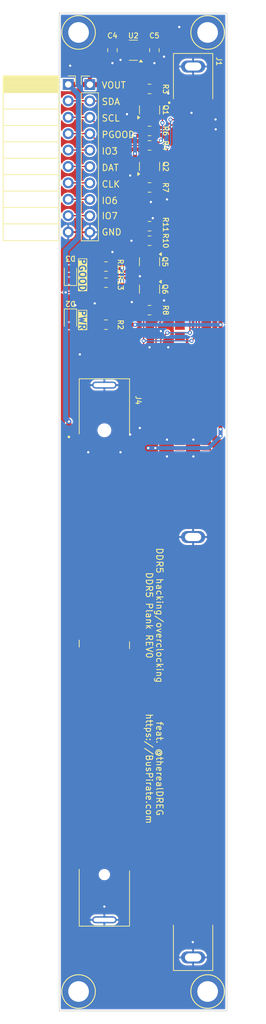
<source format=kicad_pcb>
(kicad_pcb (version 20241229) (generator "pcbnew") (generator_version "9.0")
  (layers (0 "F.Cu" signal) (2 "B.Cu" signal) (13 "F.Paste" user) (15 "B.Paste" user) (5 "F.SilkS" user "F.Silkscreen") (7 "B.SilkS" user "B.Silkscreen") (1 "F.Mask" user) (3 "B.Mask" user) (25 "Edge.Cuts" user))
  (net 0 "")
  (net 1 "BULK_VIN")
  (net 2 "PWR_GOOD_OUT")
  (net 3 "Net-(D3-A)")
  (net 4 "Net-(J2-Pin_6)")
  (net 5 "Net-(J2-Pin_9)")
  (net 6 "Net-(J2-Pin_5)")
  (net 7 "Net-(J2-Pin_8)")
  (net 8 "Net-(J2-Pin_7)")
  (net 9 "SDA")
  (net 10 "SCL")
  (net 11 "Net-(D2-A)")
  (net 12 "HSDA")
  (net 13 "HSCL")
  (net 14 "Net-(Q5-B)")
  (net 15 "Net-(Q5-E)")
  (net 16 "Net-(Q5-C)")
  (net 17 "PWR_GOOD")
  (net 200 "GND")
  (net 201 "+3.3V")
  (footprint "Capacitor_SMD:C_0805_2012Metric" (layer "F.Cu") (at 129.75 26 -90)
    (property "Reference" "C5")
    (property "Value" "10uF/6.3V")
  )
  (footprint "Resistor_SMD:R_0805_2012Metric" (layer "F.Cu") (at 129 53.25 180)
    (property "Reference" "R11")
    (property "Value" "330R")
  )
  (footprint "Package_TO_SOT_SMD:SOT-23" (layer "F.Cu") (at 129 63 -90)
    (property "Reference" "Q6")
    (property "Value" "BC817")
  )
  (footprint "Resistor_SMD:R_0805_2012Metric" (layer "F.Cu") (at 129 32)
    (property "Reference" "R3")
    (property "Value" "2K")
  )
  (footprint "Connector_PinHeader_2.54mm:PinHeader_1x10_P2.54mm_Vertical" (layer "F.Cu") (at 119.75 31.325)
    (property "Reference" "J3" (hide yes))
    (property "Value" "Conn_01x10" (hide yes))
  )
  (footprint "Connector_PinSocket_2.54mm:PinSocket_1x10_P2.54mm_Horizontal" (layer "F.Cu") (at 116.4 31.3)
    (property "Reference" "J2" (hide yes))
    (property "Value" "Conn_01x10" (hide yes))
  )
  (footprint "LED_SMD:LED_0805_2012Metric" (layer "F.Cu") (at 116.75 60.75 90)
    (property "Reference" "D3")
    (property "Value" "LED")
  )
  (footprint "Package_TO_SOT_SMD:SOT-23" (layer "F.Cu") (at 126.5 26 180)
    (property "Reference" "U2")
    (property "Value" "MCP1700x-330xxTT")
  )
  (footprint "footprints:AMPHENOL_DDR504111002KQ" (layer "F.Cu") (at 135.75 97.5 -90)
    (property "Reference" "J1")
    (property "Value" "DDR504111002KQ")
  )
  (footprint "Resistor_SMD:R_0805_2012Metric" (layer "F.Cu") (at 129 55.5)
    (property "Reference" "R10")
    (property "Value" "680R")
  )
  (footprint "Resistor_SMD:R_0805_2012Metric" (layer "F.Cu") (at 122.25 62)
    (property "Reference" "R13")
    (property "Value" "6.8K")
  )
  (footprint "Resistor_SMD:R_0805_2012Metric" (layer "F.Cu") (at 129 40.75)
    (property "Reference" "R4")
    (property "Value" "2K")
  )
  (footprint "Package_TO_SOT_SMD:SOT-23" (layer "F.Cu") (at 129 44 90)
    (property "Reference" "Q2")
    (property "Value" "2N7002")
  )
  (footprint "footprints:AMPHENOL_10160554-001SHLF" (layer "F.Cu") (at 122 119.25 -90)
    (property "Reference" "J4")
    (property "Value" "10160554-001SHLF")
  )
  (footprint "Capacitor_SMD:C_0805_2012Metric" (layer "F.Cu") (at 123.25 26 -90)
    (property "Reference" "C4")
    (property "Value" "10uF/6.3V")
  )
  (footprint "Resistor_SMD:R_0805_2012Metric" (layer "F.Cu") (at 122.25 68.5 180)
    (property "Reference" "R2")
    (property "Value" "2K" (hide yes))
  )
  (footprint "Package_TO_SOT_SMD:SOT-23" (layer "F.Cu") (at 129 35.25 90)
    (property "Reference" "Q1")
    (property "Value" "2N7002")
  )
  (footprint "Resistor_SMD:R_0805_2012Metric" (layer "F.Cu") (at 122.25 59.5 180)
    (property "Reference" "R12")
    (property "Value" "6.8K")
  )
  (footprint "Package_TO_SOT_SMD:SOT-23" (layer "F.Cu") (at 129 58.75 -90)
    (property "Reference" "Q5")
    (property "Value" "BC807")
  )
  (footprint "LED_SMD:LED_0805_2012Metric" (layer "F.Cu") (at 116.75 67.75 -90)
    (property "Reference" "D2")
    (property "Value" "LED" (hide yes))
  )
  (footprint "Resistor_SMD:R_0805_2012Metric" (layer "F.Cu") (at 129 47.25 180)
    (property "Reference" "R7")
    (property "Value" "2K")
  )
  (footprint "Resistor_SMD:R_0805_2012Metric" (layer "F.Cu") (at 129 38.5 180)
    (property "Reference" "R6")
    (property "Value" "2K")
  )
  (footprint "Resistor_SMD:R_0805_2012Metric" (layer "F.Cu") (at 129 66.25)
    (property "Reference" "R8")
    (property "Value" "1K")
  )
  (gr_circle (center 118 23.25) (end 120.6 23.25) (stroke (width 0.15)) (fill no) (layer "F.SilkS"))
  (gr_circle (center 118 171.75) (end 120.6 171.75) (stroke (width 0.15)) (fill no) (layer "F.SilkS"))
  (gr_circle (center 138 23.25) (end 140.6 23.25) (stroke (width 0.15)) (fill no) (layer "F.SilkS"))
  (gr_circle (center 138 171.75) (end 140.6 171.75) (stroke (width 0.15)) (fill no) (layer "F.SilkS"))
  (gr_rect (start 115 20.25) (end 141 174.75) (stroke (width 0.1)) (fill no) (layer "Edge.Cuts"))
  (gr_text "IO7" (at 121.5 52.25 0) (layer "F.SilkS") (effects (font (size 1 1)) (justify left bottom)))
  (gr_text "PGOOD" (at 121.5 39.666665 0) (layer "F.SilkS") (effects (font (size 1 1)) (justify left bottom)))
  (gr_text "SCL" (at 121.5 37.11111 0) (layer "F.SilkS") (effects (font (size 1 1)) (justify left bottom)))
  (gr_text "PWR" (at 118 67.75 270) (layer "F.SilkS" knockout) (effects (font (size 1 1) (thickness 0.2) (bold yes)) (justify bottom)))
  (gr_text "GND" (at 121.5 54.75 0) (layer "F.SilkS") (effects (font (size 1 1)) (justify left bottom)))
  (gr_text "IO6" (at 121.5 49.888885 0) (layer "F.SilkS") (effects (font (size 1 1)) (justify left bottom)))
  (gr_text "PGOOD" (at 118 60.75 270) (layer "F.SilkS" knockout) (effects (font (size 1 1) (thickness 0.2) (bold yes)) (justify bottom)))
  (gr_text "VOUT" (at 121.5 32 0) (layer "F.SilkS") (effects (font (size 1 1)) (justify left bottom)))
  (gr_text "DDR5 hacking/overclocking\nDDR5 Plank REV0\n" (at 129.75 113.5 -90) (layer "F.SilkS") (effects (font (size 1 1))))
  (gr_text "SDA" (at 121.5 34.555555 0) (layer "F.SilkS") (effects (font (size 1 1)) (justify left bottom)))
  (gr_text "DAT" (at 121.5 44.777775 0) (layer "F.SilkS") (effects (font (size 1 1)) (justify left bottom)))
  (gr_text "CLK" (at 121.5 47.33333 0) (layer "F.SilkS") (effects (font (size 1 1)) (justify left bottom)))
  (gr_text "IO3" (at 121.5 42.22222 0) (layer "F.SilkS") (effects (font (size 1 1)) (justify left bottom)))
  (gr_text "feat. @therealDREG\nhttps://BusPirate.com" (at 129.75 137.25 -90) (layer "F.SilkS") (effects (font (size 1 1))))
  (segment (start 119.75 31.325) (end 122.675 31.325) (width 0.8128) (layer "F.Cu") (net 1))
  (segment (start 133.7 32.2) (end 133.7 34.175) (width 0.8128) (layer "F.Cu") (net 1))
  (segment (start 119.75 31.325) (end 119.75 27.25) (width 0.6096) (layer "F.Cu") (net 1))
  (segment (start 131 33.25) (end 129.9125 32.1625) (width 0.2032) (layer "F.Cu") (net 1))
  (segment (start 129.9125 29.5875) (end 130 29.5) (width 0.2032) (layer "F.Cu") (net 1))
  (segment (start 116.5 84.475) (end 117.9 85.875) (width 0.8128) (layer "F.Cu") (net 1))
  (segment (start 124.6125 25.05) (end 125.5625 26) (width 0.6096) (layer "F.Cu") (net 1))
  (segment (start 129.9125 32.1625) (end 129.9125 32) (width 0.2032) (layer "F.Cu") (net 1))
  (segment (start 137.8 35.025) (end 137.8 34.175) (width 0.8128) (layer "F.Cu") (net 1))
  (segment (start 133.7 34.175) (end 137.8 34.175) (width 0.8128) (layer "F.Cu") (net 1))
  (segment (start 124.5 29.5) (end 130 29.5) (width 0.8128) (layer "F.Cu") (net 1))
  (segment (start 121.95 25.05) (end 123.25 25.05) (width 0.6096) (layer "F.Cu") (net 1))
  (segment (start 122.675 31.325) (end 124.5 29.5) (width 0.8128) (layer "F.Cu") (net 1))
  (segment (start 129.9125 32) (end 129.9125 29.5875) (width 0.2032) (layer "F.Cu") (net 1))
  (segment (start 116 63.5) (end 121.6625 63.5) (width 0.2032) (layer "F.Cu") (net 1))
  (segment (start 123.25 25.05) (end 124.6125 25.05) (width 0.6096) (layer "F.Cu") (net 1))
  (segment (start 130 40.75) (end 130.75 40) (width 0.2032) (layer "F.Cu") (net 1))
  (segment (start 116.4 31.3) (end 119.725 31.3) (width 0.8128) (layer "F.Cu") (net 1))
  (segment (start 119.75 27.25) (end 121.95 25.05) (width 0.6096) (layer "F.Cu") (net 1))
  (segment (start 116.5 83.5) (end 116.5 84.475) (width 0.8128) (layer "F.Cu") (net 1))
  (segment (start 130 29.5) (end 131 29.5) (width 0.8128) (layer "F.Cu") (net 1))
  (segment (start 131 29.5) (end 133.7 32.2) (width 0.8128) (layer "F.Cu") (net 1))
  (segment (start 129.9125 40.75) (end 130 40.75) (width 0.2032) (layer "F.Cu") (net 1))
  (segment (start 121.6625 63.5) (end 123.1625 62) (width 0.2032) (layer "F.Cu") (net 1))
  (segment (start 131 37.25) (end 131 33.25) (width 0.2032) (layer "F.Cu") (net 1))
  (segment (start 119.725 31.3) (end 119.75 31.325) (width 0.8128) (layer "F.Cu") (net 1))
  (via (at 116.5 83.5) (size 0.6548) (drill 0.35) (layers "F.Cu" "B.Cu") (net 1))
  (via (at 131 37.25) (size 0.6548) (drill 0.35) (layers "F.Cu" "B.Cu") (net 1))
  (via (at 116 63.5) (size 0.6548) (drill 0.35) (layers "F.Cu" "B.Cu") (net 1))
  (via (at 130.75 40) (size 0.6548) (drill 0.35) (layers "F.Cu" "B.Cu") (net 1))
  (segment (start 131 39.75) (end 130.75 40) (width 0.2032) (layer "B.Cu") (net 1))
  (segment (start 118 55) (end 116 57) (width 0.8128) (layer "B.Cu") (net 1))
  (segment (start 118 32.9) (end 118 55) (width 0.8128) (layer "B.Cu") (net 1))
  (segment (start 116 57) (end 116 63.5) (width 0.8128) (layer "B.Cu") (net 1))
  (segment (start 116 63.5) (end 116 83) (width 0.8128) (layer "B.Cu") (net 1))
  (segment (start 116.4 31.3) (end 118 32.9) (width 0.8128) (layer "B.Cu") (net 1))
  (segment (start 116 83) (end 116.5 83.5) (width 0.8128) (layer "B.Cu") (net 1))
  (segment (start 131 37.25) (end 131 39.75) (width 0.2032) (layer "B.Cu") (net 1))
  (segment (start 122.25 41.445) (end 122.25 60.75) (width 0.2032) (layer "F.Cu") (net 2))
  (segment (start 122.25 60.75) (end 122.25 61.0875) (width 0.2032) (layer "F.Cu") (net 2))
  (segment (start 125.75 60.75) (end 126.5 61.5) (width 0.2032) (layer "F.Cu") (net 2))
  (segment (start 126.5 61.5) (end 126.5 62.75) (width 0.2032) (layer "F.Cu") (net 2))
  (segment (start 122.25 61.0875) (end 121.3375 62) (width 0.2032) (layer "F.Cu") (net 2))
  (segment (start 117.0625 62) (end 116.75 61.6875) (width 0.2032) (layer "F.Cu") (net 2))
  (segment (start 119.75 38.945) (end 122.25 41.445) (width 0.2032) (layer "F.Cu") (net 2))
  (segment (start 122.25 60.75) (end 125.75 60.75) (width 0.2032) (layer "F.Cu") (net 2))
  (segment (start 121.3375 62) (end 117.0625 62) (width 0.2032) (layer "F.Cu") (net 2))
  (segment (start 116.4 38.92) (end 119.725 38.92) (width 0.2032) (layer "F.Cu") (net 2))
  (segment (start 127.6875 63.9375) (end 129 63.9375) (width 0.2032) (layer "F.Cu") (net 2))
  (segment (start 119.725 38.92) (end 119.75 38.945) (width 0.2032) (layer "F.Cu") (net 2))
  (segment (start 126.5 62.75) (end 127.6875 63.9375) (width 0.2032) (layer "F.Cu") (net 2))
  (segment (start 121.3375 59.5) (end 117.0625 59.5) (width 0.2032) (layer "F.Cu") (net 3))
  (segment (start 117.0625 59.5) (end 116.75 59.8125) (width 0.2032) (layer "F.Cu") (net 3))
  (segment (start 119.725 44) (end 119.75 44.025) (width 0.2032) (layer "F.Cu") (net 4))
  (segment (start 116.4 44) (end 119.725 44) (width 0.2032) (layer "F.Cu") (net 4))
  (segment (start 119.725 51.62) (end 119.75 51.645) (width 0.2032) (layer "F.Cu") (net 5))
  (segment (start 116.4 51.62) (end 119.725 51.62) (width 0.2032) (layer "F.Cu") (net 5))
  (segment (start 119.725 41.46) (end 119.75 41.485) (width 0.2032) (layer "F.Cu") (net 6))
  (segment (start 116.4 41.46) (end 119.725 41.46) (width 0.2032) (layer "F.Cu") (net 6))
  (segment (start 119.725 49.08) (end 119.75 49.105) (width 0.2032) (layer "F.Cu") (net 7))
  (segment (start 116.4 49.08) (end 119.725 49.08) (width 0.2032) (layer "F.Cu") (net 7))
  (segment (start 116.4 46.54) (end 119.725 46.54) (width 0.2032) (layer "F.Cu") (net 8))
  (segment (start 119.725 46.54) (end 119.75 46.565) (width 0.2032) (layer "F.Cu") (net 8))
  (segment (start 128.0875 32.3375) (end 128.0875 32) (width 0.2032) (layer "F.Cu") (net 9))
  (segment (start 125 32) (end 128.0875 32) (width 0.2032) (layer "F.Cu") (net 9))
  (segment (start 119.725 33.84) (end 119.75 33.865) (width 0.2032) (layer "F.Cu") (net 9))
  (segment (start 129 33.25) (end 128.0875 32.3375) (width 0.2032) (layer "F.Cu") (net 9))
  (segment (start 129 34.3125) (end 129 33.25) (width 0.2032) (layer "F.Cu") (net 9))
  (segment (start 119.75 33.865) (end 123.135 33.865) (width 0.2032) (layer "F.Cu") (net 9))
  (segment (start 123.135 33.865) (end 125 32) (width 0.2032) (layer "F.Cu") (net 9))
  (segment (start 116.4 33.84) (end 119.725 33.84) (width 0.2032) (layer "F.Cu") (net 9))
  (segment (start 119.75 36.405) (end 124.095 40.75) (width 0.2032) (layer "F.Cu") (net 10))
  (segment (start 129 42) (end 128.0875 41.0875) (width 0.2032) (layer "F.Cu") (net 10))
  (segment (start 129 43.0625) (end 129 42) (width 0.2032) (layer "F.Cu") (net 10))
  (segment (start 124.095 40.75) (end 128.0875 40.75) (width 0.2032) (layer "F.Cu") (net 10))
  (segment (start 116.4 36.38) (end 119.725 36.38) (width 0.2032) (layer "F.Cu") (net 10))
  (segment (start 128.0875 41.0875) (end 128.0875 40.75) (width 0.2032) (layer "F.Cu") (net 10))
  (segment (start 119.725 36.38) (end 119.75 36.405) (width 0.2032) (layer "F.Cu") (net 10))
  (segment (start 116.75 68.6875) (end 121.15 68.6875) (width 0.2032) (layer "F.Cu") (net 11))
  (segment (start 121.15 68.6875) (end 121.3375 68.5) (width 0.2032) (layer "F.Cu") (net 11))
  (segment (start 126.1 87.125) (end 127.875 87.125) (width 0.2032) (layer "F.Cu") (net 12))
  (segment (start 130.75 70.75) (end 131.75 69.75) (width 0.2032) (layer "F.Cu") (net 12))
  (segment (start 127.875 87.125) (end 130.75 84.25) (width 0.2032) (layer "F.Cu") (net 12))
  (segment (start 129.95 38.4625) (end 129.9125 38.5) (width 0.2032) (layer "F.Cu") (net 12))
  (segment (start 130.75 84.25) (end 130.75 70.75) (width 0.2032) (layer "F.Cu") (net 12))
  (segment (start 132.425 37.575) (end 131.5 38.5) (width 0.2032) (layer "F.Cu") (net 12))
  (segment (start 131.5 38.5) (end 129.9125 38.5) (width 0.2032) (layer "F.Cu") (net 12))
  (segment (start 134.6532 37.575) (end 133.7 37.575) (width 0.2032) (layer "F.Cu") (net 12))
  (segment (start 135.25 38.1718) (end 134.6532 37.575) (width 0.2032) (layer "F.Cu") (net 12))
  (segment (start 133.7 37.575) (end 132.425 37.575) (width 0.2032) (layer "F.Cu") (net 12))
  (segment (start 129.95 36.1875) (end 129.95 38.4625) (width 0.2032) (layer "F.Cu") (net 12))
  (segment (start 135.25 69.75) (end 135.25 38.1718) (width 0.2032) (layer "F.Cu") (net 12))
  (via (at 131.75 69.75) (size 0.6548) (drill 0.35) (layers "F.Cu" "B.Cu") (net 12))
  (via (at 135.25 69.75) (size 0.6548) (drill 0.35) (layers "F.Cu" "B.Cu") (net 12))
  (segment (start 131.75 69.75) (end 135.25 69.75) (width 0.2032) (layer "B.Cu") (net 12))
  (segment (start 129.95 43.8) (end 129.95 44.9375) (width 0.2032) (layer "F.Cu") (net 13))
  (segment (start 133.675 36.75) (end 133.7 36.725) (width 0.2032) (layer "F.Cu") (net 13))
  (segment (start 130 68.75) (end 132 66.75) (width 0.2032) (layer "F.Cu") (net 13))
  (segment (start 132 66.75) (end 132 51) (width 0.2032) (layer "F.Cu") (net 13))
  (segment (start 132 51) (end 129.9125 48.9125) (width 0.2032) (layer "F.Cu") (net 13))
  (segment (start 127.375 86.625) (end 130 84) (width 0.2032) (layer "F.Cu") (net 13))
  (segment (start 131.75 41) (end 131.75 42) (width 0.2032) (layer "F.Cu") (net 13))
  (segment (start 129.9125 48.9125) (end 129.9125 47.25) (width 0.2032) (layer "F.Cu") (net 13))
  (segment (start 131.75 42) (end 129.95 43.8) (width 0.2032) (layer "F.Cu") (net 13))
  (segment (start 129.95 44.9375) (end 129.95 47.2125) (width 0.2032) (layer "F.Cu") (net 13))
  (segment (start 132.25 36.75) (end 133.675 36.75) (width 0.2032) (layer "F.Cu") (net 13))
  (segment (start 129.95 47.2125) (end 129.9125 47.25) (width 0.2032) (layer "F.Cu") (net 13))
  (segment (start 130 84) (end 130 68.75) (width 0.2032) (layer "F.Cu") (net 13))
  (segment (start 126.1 86.625) (end 127.375 86.625) (width 0.2032) (layer "F.Cu") (net 13))
  (via (at 132.25 36.75) (size 0.6548) (drill 0.35) (layers "F.Cu" "B.Cu") (net 13))
  (via (at 131.75 41) (size 0.6548) (drill 0.35) (layers "F.Cu" "B.Cu") (net 13))
  (segment (start 131.75 41) (end 132.25 40.5) (width 0.2032) (layer "B.Cu") (net 13))
  (segment (start 132.25 40.5) (end 132.25 36.75) (width 0.2032) (layer "B.Cu") (net 13))
  (segment (start 131 60) (end 131 63) (width 0.2032) (layer "F.Cu") (net 14))
  (segment (start 129.9125 64.0875) (end 129.9125 66.25) (width 0.2032) (layer "F.Cu") (net 14))
  (segment (start 129.95 57.8125) (end 129.95 58.95) (width 0.2032) (layer "F.Cu") (net 14))
  (segment (start 131 63) (end 129.9125 64.0875) (width 0.2032) (layer "F.Cu") (net 14))
  (segment (start 129.95 58.95) (end 131 60) (width 0.2032) (layer "F.Cu") (net 14))
  (segment (start 128.05 57.8125) (end 128.05 55.5375) (width 0.2032) (layer "F.Cu") (net 15))
  (segment (start 128.05 55.5375) (end 128.0875 55.5) (width 0.2032) (layer "F.Cu") (net 15))
  (segment (start 128.0875 53.25) (end 128.0875 55.5) (width 0.2032) (layer "F.Cu") (net 15))
  (segment (start 129 59.6875) (end 129 61.1125) (width 0.2032) (layer "F.Cu") (net 16))
  (segment (start 129 61.1125) (end 129.95 62.0625) (width 0.2032) (layer "F.Cu") (net 16))
  (segment (start 136.8468 35.875) (end 137.8 35.875) (width 0.2032) (layer "F.Cu") (net 17))
  (segment (start 136.25 36.4718) (end 136.8468 35.875) (width 0.2032) (layer "F.Cu") (net 17))
  (segment (start 128.0875 71) (end 128.0875 72.9125) (width 0.2032) (layer "F.Cu") (net 17))
  (segment (start 126 83.25) (end 121.875 87.375) (width 0.2032) (layer "F.Cu") (net 17))
  (segment (start 136.25 70.25) (end 136.25 36.4718) (width 0.2032) (layer "F.Cu") (net 17))
  (segment (start 121.875 87.375) (end 117.9 87.375) (width 0.2032) (layer "F.Cu") (net 17))
  (segment (start 128.0875 72.9125) (end 126 75) (width 0.2032) (layer "F.Cu") (net 17))
  (segment (start 126 75) (end 126 83.25) (width 0.2032) (layer "F.Cu") (net 17))
  (segment (start 128.0875 71) (end 128.0875 66.25) (width 0.2032) (layer "F.Cu") (net 17))
  (segment (start 135.5 71) (end 136.25 70.25) (width 0.2032) (layer "F.Cu") (net 17))
  (via (at 135.5 71) (size 0.6548) (drill 0.35) (layers "F.Cu" "B.Cu") (net 17))
  (via (at 128.0875 71) (size 0.6548) (drill 0.35) (layers "F.Cu" "B.Cu") (net 17))
  (segment (start 128.0875 71) (end 135.5 71) (width 0.2032) (layer "B.Cu") (net 17))
  (segment (start 123.95 26.95) (end 124.5 27.5) (width 0.6096) (layer "F.Cu") (net 200))
  (segment (start 129.75 26.95) (end 129.75 28) (width 0.6096) (layer "F.Cu") (net 200))
  (segment (start 128.05 62.0625) (end 128.05 61.55) (width 0.6096) (layer "F.Cu") (net 200))
  (segment (start 129.75 26.95) (end 131.2 26.95) (width 0.6096) (layer "F.Cu") (net 200))
  (segment (start 124.625 88.125) (end 124.5 88.25) (width 0.3048) (layer "F.Cu") (net 200))
  (segment (start 128.05 61.55) (end 127.5 61) (width 0.6096) (layer "F.Cu") (net 200))
  (segment (start 123.25 26.95) (end 123.95 26.95) (width 0.6096) (layer "F.Cu") (net 200))
  (segment (start 131.2 26.95) (end 131.25 27) (width 0.6096) (layer "F.Cu") (net 200))
  (segment (start 129.9125 53.25) (end 129.9125 52.4125) (width 0.6096) (layer "F.Cu") (net 200))
  (segment (start 119.125 87.875) (end 119.5 88.25) (width 0.3048) (layer "F.Cu") (net 200))
  (segment (start 126.1 86.125) (end 126.1 85.6) (width 0.3048) (layer "F.Cu") (net 200))
  (segment (start 139.225 36.725) (end 137.8 36.725) (width 0.6096) (layer "F.Cu") (net 200))
  (segment (start 116.75 66.8125) (end 116.75 66.25) (width 0.6096) (layer "F.Cu") (net 200))
  (segment (start 116.75 66.25) (end 117.5 65.5) (width 0.6096) (layer "F.Cu") (net 200))
  (segment (start 139.075 38.425) (end 137.8 38.425) (width 0.6096) (layer "F.Cu") (net 200))
  (segment (start 123.25 26.95) (end 123.25 28) (width 0.6096) (layer "F.Cu") (net 200))
  (segment (start 126.1 85.6) (end 126 85.5) (width 0.3048) (layer "F.Cu") (net 200))
  (segment (start 126.1 88.125) (end 124.625 88.125) (width 0.3048) (layer "F.Cu") (net 200))
  (segment (start 117.9 87.875) (end 119.125 87.875) (width 0.3048) (layer "F.Cu") (net 200))
  (segment (start 139.25 38.25) (end 139.075 38.425) (width 0.6096) (layer "F.Cu") (net 200))
  (segment (start 127.4375 26.95) (end 129.75 26.95) (width 0.6096) (layer "F.Cu") (net 200))
  (segment (start 129.9125 52.4125) (end 129.5 52) (width 0.6096) (layer "F.Cu") (net 200))
  (via (at 139.25 38.25) (size 0.6548) (drill 0.35) (layers "F.Cu" "B.Cu") (net 200))
  (via (at 123.25 57.25) (size 0.6548) (drill 0.35) (layers "F.Cu" "B.Cu") (net 200))
  (via (at 129.5 52) (size 0.6548) (drill 0.35) (layers "F.Cu" "B.Cu") (net 200))
  (via (at 129 72) (size 0.6548) (drill 0.35) (layers "F.Cu" "B.Cu") (net 200))
  (via (at 119.5 88.25) (size 0.6548) (drill 0.35) (layers "F.Cu" "B.Cu") (net 200))
  (via (at 135.8 86.3) (size 0.6548) (drill 0.35) (layers "F.Cu" "B.Cu") (net 200))
  (via (at 135.7 164.1) (size 0.6548) (drill 0.35) (layers "F.Cu" "B.Cu") (net 200))
  (via (at 127.5 84.5) (size 0.6548) (drill 0.35) (layers "F.Cu" "B.Cu") (net 200))
  (via (at 118 171.75) (size 3.4) (drill 3.2) (layers "F.Cu" "B.Cu") (net 200))
  (via (at 139.225 36.725) (size 0.6548) (drill 0.35) (layers "F.Cu" "B.Cu") (net 200))
  (via (at 118.2 73.1) (size 0.6548) (drill 0.35) (layers "F.Cu" "B.Cu") (net 200))
  (via (at 129.75 28) (size 0.6548) (drill 0.35) (layers "F.Cu" "B.Cu") (net 200))
  (via (at 131.7 86.3) (size 0.6548) (drill 0.35) (layers "F.Cu" "B.Cu") (net 200))
  (via (at 131.25 64.75) (size 0.6548) (drill 0.35) (layers "F.Cu" "B.Cu") (net 200))
  (via (at 124.5 88.25) (size 0.6548) (drill 0.35) (layers "F.Cu" "B.Cu") (net 200))
  (via (at 131.25 27) (size 0.6548) (drill 0.35) (layers "F.Cu" "B.Cu") (net 200))
  (via (at 131.9 32.7) (size 0.6548) (drill 0.35) (layers "F.Cu" "B.Cu") (net 200))
  (via (at 126.25 65) (size 0.6548) (drill 0.35) (layers "F.Cu" "B.Cu") (net 200))
  (via (at 135.8 88.9) (size 0.6548) (drill 0.35) (layers "F.Cu" "B.Cu") (net 200))
  (via (at 129.2 49.5) (size 0.6548) (drill 0.35) (layers "F.Cu" "B.Cu") (net 200))
  (via (at 138 23.25) (size 3.4) (drill 3.2) (layers "F.Cu" "B.Cu") (net 200))
  (via (at 117.5 65.5) (size 0.6548) (drill 0.35) (layers "F.Cu" "B.Cu") (net 200))
  (via (at 131.7 88.9) (size 0.6548) (drill 0.35) (layers "F.Cu" "B.Cu") (net 200))
  (via (at 122 158.6) (size 0.6548) (drill 0.35) (layers "F.Cu" "B.Cu") (net 200))
  (via (at 138 171.75) (size 3.4) (drill 3.2) (layers "F.Cu" "B.Cu") (net 200))
  (via (at 131.9 72) (size 0.6548) (drill 0.35) (layers "F.Cu" "B.Cu") (net 200))
  (via (at 127.5 61) (size 0.6548) (drill 0.35) (layers "F.Cu" "B.Cu") (net 200))
  (via (at 131.7 49.1) (size 0.6548) (drill 0.35) (layers "F.Cu" "B.Cu") (net 200))
  (via (at 135.5 35.7) (size 0.6548) (drill 0.35) (layers "F.Cu" "B.Cu") (net 200))
  (via (at 118 23.25) (size 3.4) (drill 3.2) (layers "F.Cu" "B.Cu") (net 200))
  (via (at 116.7 28.4) (size 0.6548) (drill 0.35) (layers "F.Cu" "B.Cu") (net 200))
  (via (at 120.5 65.2) (size 0.6548) (drill 0.35) (layers "F.Cu" "B.Cu") (net 200))
  (via (at 123.25 28) (size 0.6548) (drill 0.35) (layers "F.Cu" "B.Cu") (net 200))
  (via (at 130.75 69.5) (size 0.6548) (drill 0.35) (layers "F.Cu" "B.Cu") (net 200))
  (via (at 126 85.5) (size 0.6548) (drill 0.35) (layers "F.Cu" "B.Cu") (net 200))
  (via (at 124.5 27.5) (size 0.6548) (drill 0.35) (layers "F.Cu" "B.Cu") (net 200))
  (via (at 125.5 35.9) (size 0.6548) (drill 0.35) (layers "F.Cu" "B.Cu") (net 200))
  (via (at 126.2 55.5) (size 0.6548) (drill 0.35) (layers "F.Cu" "B.Cu") (net 200))
  (via (at 133.6 22.4) (size 0.6548) (drill 0.35) (layers "F.Cu" "B.Cu") (net 200))
  (via (at 126 45.4) (size 0.6548) (drill 0.35) (layers "F.Cu" "B.Cu") (net 200))
  (segment (start 128.0875 50.5) (end 129.75 50.5) (width 0.2032) (layer "F.Cu") (net 201))
  (segment (start 123.25 65.25) (end 123.25 68.4125) (width 0.6096) (layer "F.Cu") (net 201))
  (segment (start 140 68.5) (end 140 84.7) (width 0.6096) (layer "F.Cu") (net 201))
  (segment (start 129.75 50.5) (end 131.25 52) (width 0.2032) (layer "F.Cu") (net 201))
  (segment (start 124.75 63.75) (end 123.25 65.25) (width 0.6096) (layer "F.Cu") (net 201))
  (segment (start 140 39.25) (end 139.975 39.275) (width 0.6096) (layer "F.Cu") (net 201))
  (segment (start 123.1625 68.5) (end 126.75 68.5) (width 0.6096) (layer "F.Cu") (net 201))
  (segment (start 140 84.7) (end 140 85.75) (width 0.6096) (layer "F.Cu") (net 201))
  (segment (start 128.05 44.3) (end 126.75 43) (width 0.6096) (layer "F.Cu") (net 201))
  (segment (start 126.75 39.25) (end 127.3375 39.25) (width 0.6096) (layer "F.Cu") (net 201))
  (segment (start 128.0875 44.975) (end 128.05 44.9375) (width 0.6096) (layer "F.Cu") (net 201))
  (segment (start 135.55 25.05) (end 140.25 29.75) (width 0.6096) (layer "F.Cu") (net 201))
  (segment (start 123.4125 59.75) (end 123.1625 59.5) (width 0.6096) (layer "F.Cu") (net 201))
  (segment (start 140.25 39) (end 140 39.25) (width 0.6096) (layer "F.Cu") (net 201))
  (segment (start 127.4375 25.05) (end 129.75 25.05) (width 0.6096) (layer "F.Cu") (net 201))
  (segment (start 129.75 25.05) (end 135.55 25.05) (width 0.6096) (layer "F.Cu") (net 201))
  (segment (start 124.75 59.75) (end 123.4125 59.75) (width 0.6096) (layer "F.Cu") (net 201))
  (segment (start 124.75 61.75) (end 124.75 63.75) (width 0.6096) (layer "F.Cu") (net 201))
  (segment (start 131.25 52) (end 131.25 54.1625) (width 0.2032) (layer "F.Cu") (net 201))
  (segment (start 127.3375 39.25) (end 128.0875 38.5) (width 0.6096) (layer "F.Cu") (net 201))
  (segment (start 140 39.25) (end 140 68.5) (width 0.6096) (layer "F.Cu") (net 201))
  (segment (start 123.25 68.4125) (end 123.1625 68.5) (width 0.6096) (layer "F.Cu") (net 201))
  (segment (start 124.75 59.75) (end 124.75 53.8375) (width 0.6096) (layer "F.Cu") (net 201))
  (segment (start 126.75 43) (end 126.75 42) (width 0.6096) (layer "F.Cu") (net 201))
  (segment (start 128.05 36.1875) (end 128.05 38.4625) (width 0.6096) (layer "F.Cu") (net 201))
  (segment (start 139.975 39.275) (end 137.8 39.275) (width 0.6096) (layer "F.Cu") (net 201))
  (segment (start 128.0875 47.25) (end 128.0875 44.975) (width 0.6096) (layer "F.Cu") (net 201))
  (segment (start 128.0875 50.5) (end 128.0875 47.25) (width 0.6096) (layer "F.Cu") (net 201))
  (segment (start 131.25 54.1625) (end 129.9125 55.5) (width 0.2032) (layer "F.Cu") (net 201))
  (segment (start 140.25 29.75) (end 140.25 39) (width 0.6096) (layer "F.Cu") (net 201))
  (segment (start 128.05 38.4625) (end 128.0875 38.5) (width 0.6096) (layer "F.Cu") (net 201))
  (segment (start 128.05 44.9375) (end 128.05 44.3) (width 0.6096) (layer "F.Cu") (net 201))
  (segment (start 124.75 53.8375) (end 128.0875 50.5) (width 0.6096) (layer "F.Cu") (net 201))
  (via (at 140 84.7) (size 0.6548) (drill 0.35) (layers "F.Cu" "B.Cu") (net 201))
  (via (at 140 85.75) (size 0.6548) (drill 0.35) (layers "F.Cu" "B.Cu") (net 201))
  (via (at 128.8 87.6) (size 0.6548) (drill 0.35) (layers "F.Cu" "B.Cu") (net 201))
  (via (at 129.9 87.6) (size 0.6548) (drill 0.35) (layers "F.Cu" "B.Cu") (net 201))
  (via (at 140 68.5) (size 0.6548) (drill 0.35) (layers "F.Cu" "B.Cu") (net 201))
  (via (at 124.75 61.75) (size 0.6548) (drill 0.35) (layers "F.Cu" "B.Cu") (net 201))
  (via (at 126.75 68.5) (size 0.6548) (drill 0.35) (layers "F.Cu" "B.Cu") (net 201))
  (via (at 126.75 39.25) (size 0.6548) (drill 0.35) (layers "F.Cu" "B.Cu") (net 201))
  (via (at 126.75 42) (size 0.6548) (drill 0.35) (layers "F.Cu" "B.Cu") (net 201))
  (via (at 124.75 59.75) (size 0.6548) (drill 0.35) (layers "F.Cu" "B.Cu") (net 201))
  (segment (start 140 85.75) (end 140 84.7) (width 0.6096) (layer "B.Cu") (net 201))
  (segment (start 128.8 87.6) (end 129.9 87.6) (width 0.6096) (layer "B.Cu") (net 201))
  (segment (start 126.75 42) (end 126.75 39.25) (width 0.6096) (layer "B.Cu") (net 201))
  (segment (start 138.15 87.6) (end 140 85.75) (width 0.6096) (layer "B.Cu") (net 201))
  (segment (start 129.9 87.6) (end 138.15 87.6) (width 0.6096) (layer "B.Cu") (net 201))
  (segment (start 140 68.5) (end 126.75 68.5) (width 0.6096) (layer "B.Cu") (net 201))
  (segment (start 124.75 59.75) (end 124.75 61.75) (width 0.6096) (layer "B.Cu") (net 201))
  (zone (net 201) (net_name "+3.3V") (layer "F.Cu") (priority 1) (connect_pads yes (clearance 0.2)) (min_thickness 0.2) (fill yes (thermal_gap 0.5) (thermal_bridge_width 0.5) (smoothing fillet) (radius 0.25))
    (polygon (pts (xy 125.2 87.4) (xy 128 87.4) (xy 128.6 86.8) (xy 130.3 86.8) (xy 130.3 88.4) (xy 127.5 88.4) (xy 127 87.9) (xy 125.2 87.9)))
  )
  (zone (net 200) (net_name "GND") (layers "F.Cu" "B.Cu") (connect_pads thru_hole_only (clearance 0.2)) (min_thickness 0.25) (fill yes (thermal_gap 0.3) (thermal_bridge_width 0.3))
    (polygon (pts (xy 115 20.25) (xy 141 20.25) (xy 141 174.75) (xy 115 174.75)))
  )
)
</source>
